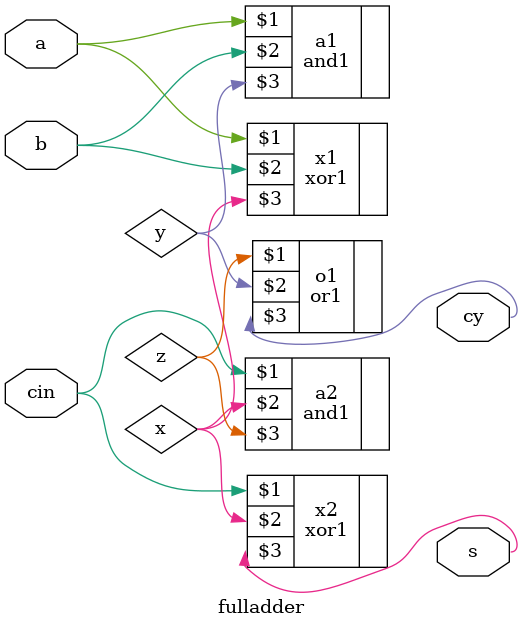
<source format=v>
`include "basicgates.v"

module halfadder(a,b,s,cy);
    input wire a,b;
    output wire s,cy;
    
    xor1 x1(a,b,s);
    and1 a1(a,b,c);
endmodule

module fulladder(a,b,cin,s,cy);
    input wire a,b,cin;
    output wire s,cy;
    wire x,y,z;

    xor1 x1(a,b,x);
    and1 a1(a,b,y);
    xor1 x2(cin,x,s);
    and1 a2(cin,x,z);
    or1 o1(z,y,cy);

endmodule
</source>
